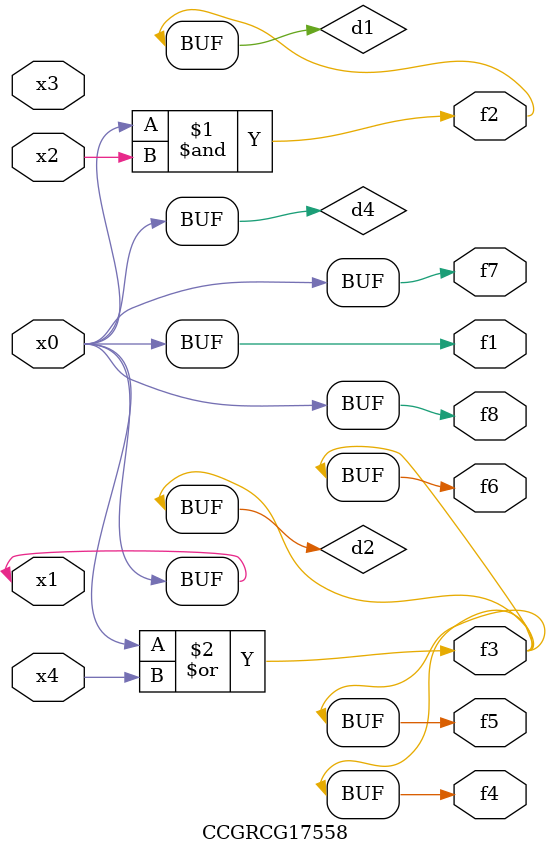
<source format=v>
module CCGRCG17558(
	input x0, x1, x2, x3, x4,
	output f1, f2, f3, f4, f5, f6, f7, f8
);

	wire d1, d2, d3, d4;

	and (d1, x0, x2);
	or (d2, x0, x4);
	nand (d3, x0, x2);
	buf (d4, x0, x1);
	assign f1 = d4;
	assign f2 = d1;
	assign f3 = d2;
	assign f4 = d2;
	assign f5 = d2;
	assign f6 = d2;
	assign f7 = d4;
	assign f8 = d4;
endmodule

</source>
